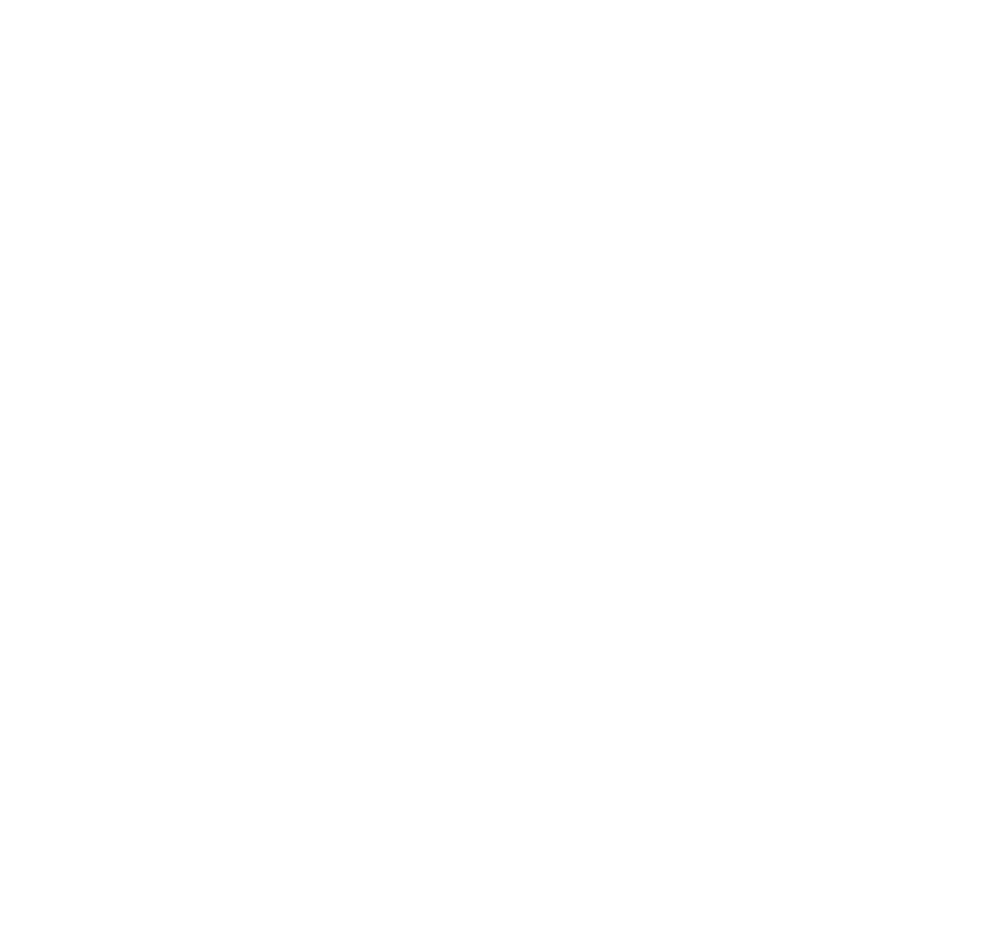
<source format=gbr>
G04 Gerber PCB Fabrication Data in Gerber  Example 2, created by Karel Tavernier, Filip Vermeire and Thomas Weyn*
G04 Ucamco copyright*
%TF.GenerationSoftware,Ucamco,UcamX,1.1.0-1400509*%
%TF.CreationDate,2014-07-14T00:00:00+01:00*%
%FSLAX25Y25*%
%MOMM*%
%TF.FileFunction,Plated,9,10,Blind,Drill*%
%TF.FilePolarity,Positive*%
%TF.Part,Single*%
%TF.SameCoordinates*%
%TA.AperFunction,ViaDrill*%
%ADD10C,0.10000*%
G01*
%LPD*%
D10*
X1845000Y2600000D03*
X3634700Y6862900D03*
X3815800Y6861300D03*
X3464700Y6857900D03*
X2269700Y7012900D03*
X2074700Y6847900D03*
X1629700Y4732900D03*
X2269700Y8007900D03*
X1239700Y852900D03*
X1729700Y3282900D03*
X2529700Y3677900D03*
X2954700Y3207900D03*
X3114700Y2777900D03*
X7449700Y1237100D03*
X2439700Y7012900D03*
X2574700Y2151600D03*
X2749700Y7012900D03*
X2542200Y1210400D03*
X2479700Y2637900D03*
X2589700Y7012900D03*
X2701000Y1211600D03*
X2224700Y2936800D03*
X2189700Y2541800D03*
X2904700Y7012900D03*
X3304200Y6863400D03*
X2169700Y2147900D03*
X2599700Y1252900D03*
X2859700Y1207900D03*
X2164700Y1738800D03*
X3029700Y1207900D03*
X3145400Y6863200D03*
X2364700Y2931800D03*
X2986700Y6862900D03*
X939700Y3017900D03*
X3150000Y4145000D03*
X3075000D03*
X3434700Y1172900D03*
X3464700Y2642900D03*
X3289700Y1315100D03*
X6309700Y3472900D03*
X4862000Y7058900D03*
X4817000Y7003900D03*
X4857000Y6953900D03*
X4863600Y6785600D03*
X4817000Y6898900D03*
X1869700Y6522900D03*
X7450700Y667900D03*
X7019000Y918600D03*
X2604700Y732900D03*
X5082200Y927900D03*
X2542200Y890400D03*
X2679700Y892900D03*
X2984700Y712900D03*
X2839700Y887900D03*
X3119700Y962900D03*
X3179700Y773200D03*
X754800Y7463000D03*
X1144700Y7422900D03*
X3749700Y1477900D03*
X1234700Y4742900D03*
X2249700Y5147900D03*
X2794700Y3507900D03*
X2159700Y4317900D03*
X5780700Y2211900D03*
X5464700Y2182900D03*
X2959700Y3350400D03*
X3024700Y7322900D03*
X2624700Y3237900D03*
X1049900Y3803200D03*
X2129400Y8002600D03*
X1164700Y4122900D03*
X3339700Y1942900D03*
X1164700Y4207900D03*
X2609700Y8081700D03*
X3189700Y3412900D03*
X707200Y4445400D03*
X1930700Y8007800D03*
X889700Y4452900D03*
X1588900Y4123600D03*
X827600Y2620000D03*
X966800Y2460000D03*
X969700Y2372900D03*
X515300Y2363800D03*
X971800Y2300000D03*
X854700Y2272900D03*
X964700Y1887900D03*
X789700Y1647900D03*
X826800Y2220000D03*
X1296800Y2140000D03*
X524700Y1957900D03*
X1307600Y2060000D03*
X464700Y2512900D03*
X1301800Y1980000D03*
X1583800Y2480000D03*
X829700Y2777900D03*
X1555800Y2936800D03*
X971800Y2620000D03*
X3274700Y2762900D03*
X2069700Y3502900D03*
X599700Y4447900D03*
X7196500Y931100D03*
X966800Y2700000D03*
X3609700Y4312900D03*
X3994700Y4303900D03*
X3355000Y4165000D03*
X3354700Y4307900D03*
X2939700Y4577900D03*
X4225000Y4312600D03*
X7029700Y2289100D03*
X4867000Y4928000D03*
X4832000Y4873000D03*
X4801800Y5033000D03*
X4837000Y4978000D03*
X4787000Y5128900D03*
X4855200Y5127000D03*
X4787000Y5258900D03*
X4851700Y5232000D03*
X4801900Y5546000D03*
X4851800Y5491000D03*
X4804400Y5800000D03*
X4806000Y5695000D03*
X4851800Y5745000D03*
X4850100Y5640000D03*
X4862000Y6166200D03*
X4821900Y6111200D03*
X4820200Y6625600D03*
X4857000Y5973900D03*
X4863600Y6680600D03*
X4821900Y6723900D03*
X1669700Y4332900D03*
X5614700Y1262900D03*
X5749000Y588600D03*
Y1267200D03*
X5907700Y589900D03*
Y1277900D03*
X5431400Y589600D03*
X5349700Y1102900D03*
X6066400Y589600D03*
X6094700Y932900D03*
X6225200Y593400D03*
X6274700Y947900D03*
X6384000Y588600D03*
Y1273600D03*
X5590200Y593400D03*
X5272700Y600900D03*
X6542700D03*
X6604700Y937900D03*
X6701400Y589600D03*
X6765000Y948200D03*
X6860200Y942400D03*
X573700Y5591900D03*
X629000Y5085600D03*
X2354700Y3547900D03*
X1459700Y3847900D03*
X939700Y4647900D03*
X831800Y2700000D03*
X6844700Y2367900D03*
X6754700Y2327900D03*
X6579700D03*
X979700Y6592900D03*
X5249700Y927900D03*
X5309700Y937900D03*
X5431400Y921200D03*
X5354700Y1262900D03*
X5614700Y922900D03*
X6638500Y2726700D03*
X6829700Y3031700D03*
X4800200Y5441000D03*
X4817000Y6216200D03*
X4847500Y5386000D03*
X4862000Y6271200D03*
X6694700Y1512900D03*
X1184700Y4032900D03*
X5590200Y1587400D03*
X1784000Y3852900D03*
X1619700Y1837900D03*
X972600Y2540000D03*
X2864700Y4152900D03*
X4580000Y3142900D03*
X3853500Y3096700D03*
X3724700Y2392900D03*
X4527400Y2290600D03*
X8382000Y6363900D03*
X7266900Y4728900D03*
X7316900Y6408000D03*
X8471900Y4798900D03*
X1557900Y6532900D03*
X2064700Y5387900D03*
X1846600Y5605900D03*
X1716700Y6852900D03*
X1264700Y6707900D03*
X2129400Y7688200D03*
X1875500Y6862200D03*
X2288200Y7689400D03*
X1970700Y7683900D03*
X3859700Y7017900D03*
X1579700Y862900D03*
X1649700Y1012900D03*
X2029700Y5567900D03*
X1646400Y6287900D03*
X1639700Y3682900D03*
X754700Y7177900D03*
X4383700Y4311900D03*
X2454700Y4572900D03*
X2354700D03*
X2399700Y4152900D03*
X4074700Y4312900D03*
X2953700D03*
X2528100Y4578300D03*
X3748700Y4311900D03*
X5110400Y4928000D03*
X5125700Y4873000D03*
X5104200Y5033000D03*
X5130400Y4978000D03*
X5105800Y5182000D03*
X5129500Y5127000D03*
X5104200Y5287000D03*
X5130400Y5232000D03*
X5104100Y5546000D03*
X5130400Y5491000D03*
X5105400Y5800000D03*
X5107000Y5695000D03*
X5130300Y5745000D03*
X5127000Y5640000D03*
X5104300Y6166200D03*
X5134300Y6111200D03*
X2274700Y8162900D03*
X5117000Y6625600D03*
X5171900Y5969000D03*
X5107000Y6680600D03*
X5137000Y6730600D03*
X5131900Y7058900D03*
X5107000Y7003900D03*
X5141900Y6958900D03*
X5107000Y6785600D03*
Y6898900D03*
X5390000Y3331400D03*
X4369700Y4502900D03*
X4649700Y4157900D03*
X4542400Y4310200D03*
X1929700Y6242900D03*
X1874700Y6317900D03*
X2594700Y7537900D03*
X4039500Y6864100D03*
X7037100Y1894900D03*
X5914700Y922900D03*
X6701400Y926200D03*
X6574400Y1272900D03*
X6542700Y914900D03*
X6669700Y2652900D03*
X6209700Y922900D03*
X6929700Y2507900D03*
X6459700Y2527900D03*
X6579700Y2702900D03*
X6066400Y1272900D03*
X6034700Y922900D03*
X6749700Y2962900D03*
X5789700Y942900D03*
X6834700Y2942600D03*
X6829700Y3137900D03*
X5719700Y927900D03*
X6860200Y587400D03*
X6765000Y1267600D03*
X6444700Y950000D03*
X6374700Y917900D03*
X6225200Y1277400D03*
X5864700Y950000D03*
X5688200Y1351400D03*
X7641800Y2780000D03*
X7964700Y2740000D03*
Y2820000D03*
X8012600Y2700000D03*
X7964700Y2500000D03*
Y2580000D03*
X7636800Y2620000D03*
X7642600Y2540000D03*
Y2460000D03*
X7646800Y2380000D03*
X7964700Y2100000D03*
Y2180000D03*
Y2260000D03*
Y2340000D03*
Y2900000D03*
Y2980000D03*
Y3060000D03*
X8016800Y3140000D03*
X7964700Y3220000D03*
X7669700Y3212900D03*
Y3122900D03*
X5105000Y5441000D03*
X5139300Y6216200D03*
X5189100Y5771800D03*
X5177000Y5213900D03*
X5129600Y5386000D03*
X5037000Y6338900D03*
X964700Y1742900D03*
X962600Y1820000D03*
X5134700Y3987900D03*
X4819700Y4157900D03*
X4974700D03*
X1046800Y780000D03*
X2834700Y5337900D03*
X3229700Y4822900D03*
X4104700Y4777900D03*
X2833400Y5209200D03*
X2719700Y5597900D03*
X2969700Y6372900D03*
X3159700Y6417900D03*
X3484700Y6487900D03*
X3724700Y6467900D03*
X3849700Y4807900D03*
X6632000Y7088900D03*
X6337000Y6448900D03*
X4229700Y6377900D03*
X8466900Y6009100D03*
X7846900Y6088900D03*
X4489700Y4827900D03*
X7587000Y4163900D03*
X4959700Y3057900D03*
X4359700Y3627900D03*
X3779700Y3617900D03*
X3309700Y3047900D03*
X6516900Y6238900D03*
X6562000Y6068900D03*
X7991100Y6263000D03*
X8201900Y6258900D03*
X1994700Y7577900D03*
X6616900Y4158900D03*
X7341900Y4303900D03*
X8021900Y4158900D03*
X7241900Y4553900D03*
X8226900Y4583900D03*
X8451900Y4573900D03*
X8432000Y4323900D03*
X6321900Y4778900D03*
X6316900Y4708900D03*
X6601900Y4643900D03*
X7557000Y4748900D03*
X7992800Y4743900D03*
X5114700Y2602400D03*
X4379700Y5467900D03*
X4489700Y5592900D03*
X4494700Y5842900D03*
X6321900Y5838900D03*
X6551900Y5818900D03*
X6982000Y6033900D03*
X3979700Y6382900D03*
X4494700Y6352900D03*
Y6222900D03*
X6987000Y6243900D03*
X7716900Y6343900D03*
X8437000Y6258900D03*
X8001900Y7063900D03*
X4428200Y2006400D03*
X3884700Y1847900D03*
X6346900Y4178900D03*
X7766900Y4798900D03*
X3278900Y2517100D03*
X4489700Y5082900D03*
X6537000Y5328900D03*
X7716900Y5828900D03*
X8021900Y5848900D03*
X4494700Y6092900D03*
X3859700Y6382900D03*
X6312000Y6403900D03*
X8196000Y6364800D03*
X954700Y1017900D03*
X2309500Y1192700D03*
X2994700Y3047900D03*
X4919700Y1977900D03*
X6909700Y2057900D03*
X3270000Y1992900D03*
X4948200Y2094400D03*
X3999700Y2792900D03*
X4164700Y2712900D03*
X4084700Y2942900D03*
X4094700Y3137900D03*
X4140600Y2783700D03*
X4174700Y3132900D03*
X4164700Y2632900D03*
Y2927900D03*
X6099700Y2867900D03*
X4194700Y3897900D03*
X3399700Y3782900D03*
X6441900Y4263900D03*
X8191900Y4313900D03*
X7237000Y4628900D03*
X8407000Y4608900D03*
X8287000Y4638900D03*
X6112000Y4993900D03*
X864700Y5297900D03*
X5448200Y5937700D03*
X5477000Y6073900D03*
X5522000Y6028900D03*
X5506900Y5583900D03*
X5527000Y5343900D03*
X6857000Y5338900D03*
X8182000Y5123900D03*
X6932000Y5938900D03*
X7201900Y5808900D03*
X6326900Y6073900D03*
X7906800Y6044100D03*
X7992200Y6079100D03*
X8541900Y5838900D03*
X6326900Y6158900D03*
X6996900Y6438900D03*
X6801900Y6358900D03*
X7693200Y6253900D03*
X8543000Y6449900D03*
X6102000Y6578900D03*
X6787000Y7088900D03*
X8187000Y6953900D03*
X2320000Y4308200D03*
X6321900Y4333900D03*
X8462000Y4163900D03*
X6437000Y4488900D03*
X7241900Y4428900D03*
X7562000Y4463900D03*
X7654000Y5101900D03*
X7621900Y6703900D03*
X3994700Y4807900D03*
X5082200Y1110400D03*
X2307500Y1345100D03*
X1394700D03*
X1844700Y1417900D03*
X3800900Y1794100D03*
X4579700Y1997900D03*
X5274700Y1922900D03*
X5088700Y1903900D03*
X3364700Y2447900D03*
X3929700Y2882900D03*
X3904700Y3042900D03*
Y2502900D03*
X3875000Y2572900D03*
X4359700Y2562900D03*
X4349700Y3027900D03*
X5114700Y2931600D03*
X5037800Y3345000D03*
X5114700Y3647900D03*
X2050900Y4081700D03*
Y4139100D03*
X2485900Y4005000D03*
X1144700Y4562900D03*
X4983700Y4445100D03*
X3614700Y4802900D03*
X2984700Y4807900D03*
X984700Y5067900D03*
X1609700Y5332900D03*
X4059700Y5132900D03*
X863200Y5504400D03*
X1074700Y5482900D03*
X2714700Y5722900D03*
Y5972900D03*
Y6227900D03*
X2969700Y6477900D03*
X2715000Y6357900D03*
X3354700Y6462900D03*
X5904700Y2712900D03*
X3929700Y3627900D03*
X4034700D03*
X3474700Y4802900D03*
X2709700Y4912900D03*
X3099700Y4792900D03*
M02*
</source>
